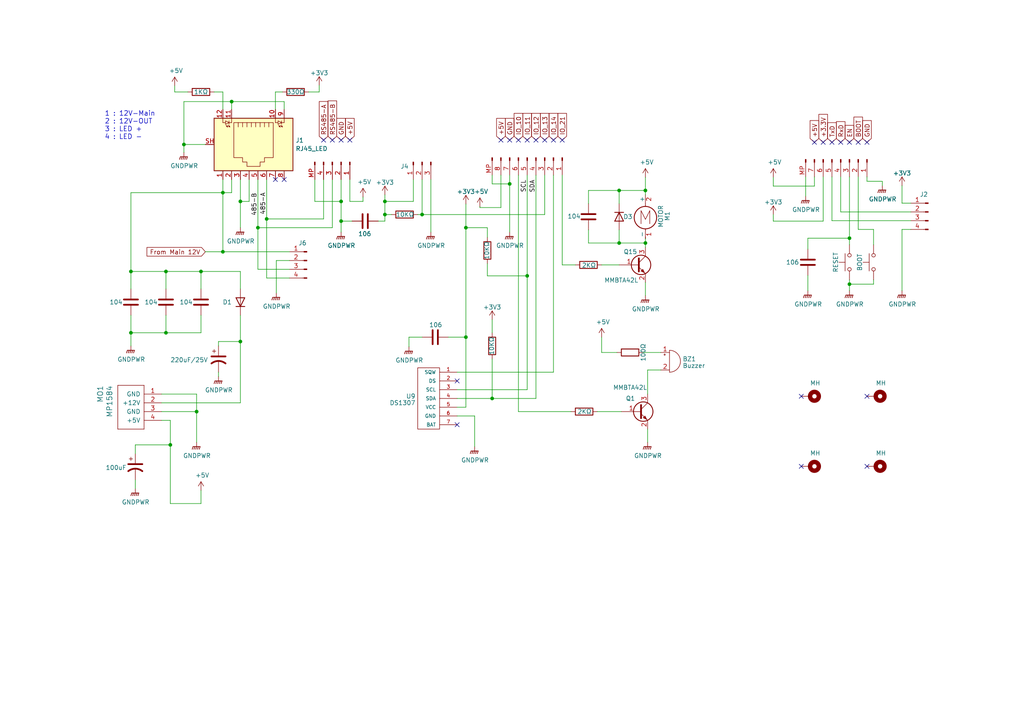
<source format=kicad_sch>
(kicad_sch (version 20231120) (generator "eeschema") (generator_version "8.0")
  (paper "A4")
  (title_block (title "CamTrol V3.6") (date "2021-12-15"))
  (lib_symbols
    (symbol "CamTrol-12Ch-Main-Board-rescue:R-Server_Used-CamTrol-12Ch-Main-Board-rescue-CamTrol-12Ch-Main-Board-rescue-CamTrol-12Ch-Main-Board-rescue-CamTrol-12Ch-Main-Board-rescue" (pin_numbers hide) (pin_names (offset 0))
      (property "Reference" "R" (at 2.032 -3.81 90))
      (property "Value" "R-Server_Used-CamTrol-12Ch-Main-Board-rescue-CamTrol-12Ch-Main-Board-rescue-CamTrol-12Ch-Main-Board-rescue-CamTrol-12Ch-Main-Board-rescue" (at 0 -3.81 90))
      (symbol "R-Server_Used-CamTrol-12Ch-Main-Board-rescue-CamTrol-12Ch-Main-Board-rescue-CamTrol-12Ch-Main-Board-rescue-CamTrol-12Ch-Main-Board-rescue_1_1"
        (pin passive line (at 0 0 270) (length 1.27) (name "~") (number "1"))
        (pin passive line (at 0 -7.62 90) (length 1.27) (name "~") (number "2"))
      )
    )
    (symbol "Conn_01x08_Pin_1" (pin_names (offset 1.016) hide)
      (property "Reference" "J7" (at -1.6693 -1.27 90))
      (symbol "Conn_01x08_Pin_1_1_1"
        (pin passive line (at 5.08 7.62 180) (length 3.81) (name "Pin_1") (number "1"))
        (pin passive line (at 5.08 5.08 180) (length 3.81) (name "Pin_2") (number "2"))
        (pin passive line (at 5.08 2.54 180) (length 3.81) (name "Pin_3") (number "3"))
        (pin passive line (at 5.08 0 180) (length 3.81) (name "Pin_4") (number "4"))
        (pin passive line (at 5.08 -2.54 180) (length 3.81) (name "Pin_5") (number "5"))
        (pin passive line (at 5.08 -5.08 180) (length 3.81) (name "Pin_6") (number "6"))
        (pin passive line (at 5.08 -7.62 180) (length 3.81) (name "Pin_7") (number "7"))
        (pin passive line (at 5.08 -10.16 180) (length 3.81) (name "Pin_8") (number "MP"))
      )
    )
    (symbol "Connector:Conn_01x03_Pin" (pin_names (offset 1.016) hide)
      (property "Reference" "J" (at 0 5.08 0))
      (property "Value" "Conn_01x03_Pin" (at 0 -5.08 0))
      (symbol "Conn_01x03_Pin_1_1"
        (pin passive line (at 5.08 2.54 180) (length 3.81) (name "Pin_1") (number "1"))
        (pin passive line (at 5.08 0 180) (length 3.81) (name "Pin_2") (number "2"))
        (pin passive line (at 5.08 -2.54 180) (length 3.81) (name "Pin_3") (number "3"))
      )
    )
    (symbol "Connector:Conn_01x04_Male" (pin_names (offset 1.016) hide)
      (property "Reference" "J" (at 0 5.08 0))
      (property "Value" "Conn_01x04_Male" (at 0 -7.62 0))
      (symbol "Conn_01x04_Male_1_1"
        (pin passive line (at 5.08 2.54 180) (length 3.81) (name "Pin_1") (number "1"))
        (pin passive line (at 5.08 0 180) (length 3.81) (name "Pin_2") (number "2"))
        (pin passive line (at 5.08 -2.54 180) (length 3.81) (name "Pin_3") (number "3"))
        (pin passive line (at 5.08 -5.08 180) (length 3.81) (name "Pin_4") (number "4"))
      )
    )
    (symbol "Connector:Conn_01x05_Pin" (pin_names (offset 1.016) hide)
      (property "Reference" "J3" (at 3.048 8.382 0))
      (symbol "Conn_01x05_Pin_1_1"
        (pin passive line (at 5.08 5.08 180) (length 3.81) (name "Pin_1") (number "1"))
        (pin passive line (at 5.08 2.54 180) (length 3.81) (name "Pin_2") (number "2"))
        (pin passive line (at 5.08 0 180) (length 3.81) (name "Pin_3") (number "3"))
        (pin passive line (at 5.08 -2.54 180) (length 3.81) (name "Pin_4") (number "4"))
        (pin passive line (at 5.08 -5.08 180) (length 3.81) (name "Pin_5") (number "MP"))
      )
    )
    (symbol "Connector:Conn_01x09_Pin" (pin_names (offset 1.016) hide)
      (symbol "Conn_01x09_Pin_1_1"
        (pin passive line (at 5.08 10.16 180) (length 3.81) (name "Pin_1") (number "1"))
        (pin passive line (at 5.08 7.62 180) (length 3.81) (name "Pin_2") (number "2"))
        (pin passive line (at 5.08 5.08 180) (length 3.81) (name "Pin_3") (number "3"))
        (pin passive line (at 5.08 2.54 180) (length 3.81) (name "Pin_4") (number "4"))
        (pin passive line (at 5.08 0 180) (length 3.81) (name "Pin_5") (number "5"))
        (pin passive line (at 5.08 -2.54 180) (length 3.81) (name "Pin_6") (number "6"))
        (pin passive line (at 5.08 -5.08 180) (length 3.81) (name "Pin_7") (number "7"))
        (pin passive line (at 5.08 -7.62 180) (length 3.81) (name "Pin_8") (number "8"))
        (pin passive line (at 5.08 -10.16 180) (length 3.81) (name "Pin_9") (number "MP"))
      )
    )
    (symbol "Connector:RJ45_LED_Shielded" (pin_names (offset 1.016))
      (property "Reference" "J" (at -5.08 13.97 0))
      (property "Value" "RJ45_LED_Shielded" (at 1.27 13.97 0))
      (symbol "RJ45_LED_Shielded_1_1"
        (pin passive line (at 10.16 -7.62 180) (length 2.54) (name "~") (number "1"))
        (pin passive line (at -10.16 7.62 0) (length 2.54) (name "~") (number "10"))
        (pin passive line (at -10.16 -5.08 0) (length 2.54) (name "~") (number "11"))
        (pin passive line (at -10.16 -7.62 0) (length 2.54) (name "~") (number "12"))
        (pin passive line (at 10.16 -5.08 180) (length 2.54) (name "~") (number "2"))
        (pin passive line (at 10.16 -2.54 180) (length 2.54) (name "~") (number "3"))
        (pin passive line (at 10.16 0 180) (length 2.54) (name "~") (number "4"))
        (pin passive line (at 10.16 2.54 180) (length 2.54) (name "~") (number "5"))
        (pin passive line (at 10.16 5.08 180) (length 2.54) (name "~") (number "6"))
        (pin passive line (at 10.16 7.62 180) (length 2.54) (name "~") (number "7"))
        (pin passive line (at 10.16 10.16 180) (length 2.54) (name "~") (number "8"))
        (pin passive line (at -10.16 10.16 0) (length 2.54) (name "~") (number "9"))
        (pin passive line (at 0 -12.7 90) (length 2.54) (name "~") (number "SH"))
      )
    )
    (symbol "Device:Buzzer" (pin_names (offset 0.0254) hide)
      (property "Reference" "BZ" (at 3.81 1.27 0))
      (property "Value" "Buzzer" (at 3.81 -1.27 0))
      (symbol "Buzzer_1_1"
        (pin passive line (at -2.54 2.54 0) (length 2.54) (name "-") (number "1"))
        (pin passive line (at -2.54 -2.54 0) (length 2.54) (name "+") (number "2"))
      )
    )
    (symbol "Device:CP1" (pin_numbers hide) (pin_names (offset 0.254) hide)
      (property "Reference" "C" (at 0.635 2.54 0))
      (property "Value" "Device_CP1" (at 0.635 -2.54 0))
      (symbol "CP1_1_1"
        (pin passive line (at 0 3.81 270) (length 2.794) (name "~") (number "1"))
        (pin passive line (at 0 -3.81 90) (length 3.302) (name "~") (number "2"))
      )
    )
    (symbol "Mechanical:MountingHole_Pad" (pin_numbers hide) (pin_names (offset 1.016) hide)
      (property "Reference" "H" (at 0 6.35 0))
      (property "Value" "MountingHole_Pad" (at 0 4.445 0))
      (symbol "MountingHole_Pad_1_1"
        (pin input line (at 0 -2.54 90) (length 2.54) (name "1") (number "1"))
      )
    )
    (symbol "Motor:Motor_DC" (pin_names (offset 0))
      (property "Reference" "M1" (at 6.985 -2.54 90))
      (property "Value" "MOTOR" (at 5.08 -4.445 90))
      (symbol "Motor_DC_1_1"
        (pin passive line (at 0 -7.62 90) (length 2.54) (name "-") (number "1"))
        (pin passive line (at 0 5.08 270) (length 2.54) (name "+") (number "2"))
      )
    )
    (symbol "Server_Used:2SC1815_SMD" (pin_names (offset 0) hide)
      (property "Reference" "Q" (at 6.35 1.905 0))
      (property "Value" "Server_Used_2SC1815_SMD" (at 6.35 0 0))
      (symbol "2SC1815_SMD_1_1"
        (pin input line (at -5.08 0 0) (length 5.715) (name "B") (number "1"))
        (pin passive line (at 2.54 -5.08 90) (length 2.54) (name "E") (number "2"))
        (pin passive line (at 2.54 5.08 270) (length 2.54) (name "C") (number "3"))
      )
    )
    (symbol "Server_Used:C" (pin_numbers hide) (pin_names (offset 0.254))
      (property "Reference" "C" (at 1.27 2.54 0))
      (property "Value" "Server_Used_C" (at 1.27 -2.54 0))
      (symbol "C_1_1"
        (pin passive line (at 0 3.81 270) (length 2.794) (name "~") (number "1"))
        (pin passive line (at 0 -3.81 90) (length 2.794) (name "~") (number "2"))
      )
    )
    (symbol "Server_Used:DS1307" (pin_names (offset 1.016))
      (property "Reference" "U" (at -6.3754 1.9304 0))
      (property "Value" "DS1307" (at -6.3754 -19.0754 0))
      (symbol "DS1307_0_0"
        (pin bidirectional line (at 5.08 0 180) (length 5.08) (name "SQW") (number "1"))
        (pin bidirectional line (at 5.08 -2.54 180) (length 5.08) (name "DS") (number "2"))
        (pin bidirectional line (at 5.08 -5.08 180) (length 5.08) (name "SCL") (number "3"))
        (pin bidirectional line (at 5.08 -7.62 180) (length 5.08) (name "SDA") (number "4"))
        (pin power_in line (at 5.08 -10.16 180) (length 5.08) (name "VCC") (number "5"))
        (pin power_in line (at 5.08 -12.7 180) (length 5.08) (name "GND") (number "6"))
        (pin power_in line (at 5.08 -15.24 180) (length 5.08) (name "BAT") (number "7"))
      )
    )
    (symbol "Server_Used:MP1584" (pin_names (offset 1.016))
      (property "Reference" "MO" (at 7.62 6.35 0))
      (property "Value" "Server_Used_MP1584" (at 10.16 3.81 0))
      (symbol "MP1584_1_1"
        (pin input line (at 7.62 -10.16 90) (length 5.08) (name "GND") (number "1"))
        (pin input line (at 10.16 -10.16 90) (length 5.08) (name "+12V") (number "2"))
        (pin input line (at 12.7 -10.16 90) (length 5.08) (name "GND") (number "3"))
        (pin input line (at 15.24 -10.16 90) (length 5.08) (name "+5V") (number "4"))
      )
    )
    (symbol "Simulation_SPICE:DIODE" (pin_numbers hide) (pin_names (offset 1.016) hide)
      (property "Reference" "D" (at 0 2.54 0))
      (property "Value" "DIODE" (at 0 -2.54 0))
      (symbol "DIODE_1_1"
        (pin passive line (at -3.81 0 0) (length 2.54) (name "A") (number "1"))
        (pin passive line (at 3.81 0 180) (length 2.54) (name "K") (number "2"))
      )
    )
    (symbol "Switch:SW_Push" (pin_numbers hide) (pin_names (offset 1.016) hide)
      (property "Reference" "SW" (at 1.27 2.54 0))
      (property "Value" "SW_Push" (at 0 -1.524 0))
      (symbol "SW_Push_0_1"
        (pin passive line (at -5.08 0 0) (length 2.54) (name "1") (number "1"))
        (pin passive line (at 5.08 0 180) (length 2.54) (name "2") (number "2"))
      )
    )
    (symbol "power:+3.3V" (power) (pin_names (offset 0))
      (property "Value" "+3.3V" (at 0 3.556 0))
      (symbol "+3.3V_1_1"
        (pin power_in line (at 0 0 90) (length 0) hide (name "+3V3") (number "1"))
      )
    )
    (symbol "power:+5V" (power) (pin_names (offset 0))
      (property "Value" "+5V" (at 0 3.556 0))
      (symbol "+5V_1_1"
        (pin power_in line (at 0 0 90) (length 0) hide (name "+5V") (number "1"))
      )
    )
    (symbol "power:GNDPWR" (power) (pin_names (offset 0))
      (property "Value" "GNDPWR" (at 0 -3.302 0))
      (symbol "GNDPWR_1_1"
        (pin power_in line (at 0 0 270) (length 0) hide (name "GNDPWR") (number "1"))
      )
    )
  )
  (junction (at 246.38 82.423))
  (junction (at 64.643 55.88))
  (junction (at 187.198 55.245))
  (junction (at 98.933 58.42))
  (junction (at 37.973 96.52))
  (junction (at 135.128 66.04))
  (junction (at 37.973 78.74))
  (junction (at 64.643 73.025))
  (junction (at 142.748 115.57))
  (junction (at 98.933 64.135))
  (junction (at 246.38 69.088))
  (junction (at 49.403 129.032))
  (junction (at 69.723 58.42))
  (junction (at 57.023 119.38))
  (junction (at 179.578 55.245))
  (junction (at 69.723 99.06))
  (junction (at 58.293 78.74))
  (junction (at 74.803 66.04))
  (junction (at 111.633 62.23))
  (junction (at 111.633 58.42))
  (junction (at 77.343 63.5))
  (junction (at 48.133 96.52))
  (junction (at 48.133 78.74))
  (junction (at 152.908 80.01))
  (junction (at 179.578 70.485))
  (junction (at 135.128 97.79))
  (junction (at 67.183 29.464))
  (junction (at 122.428 62.23))
  (junction (at 53.34 41.91))
  (junction (at 187.198 70.485))
  (junction (at 147.828 53.34))
  (no_connect (at 243.84 41.275))
  (no_connect (at 232.41 135.255))
  (no_connect (at 82.423 52.07))
  (no_connect (at 145.288 40.64))
  (no_connect (at 152.908 40.64))
  (no_connect (at 241.3 41.275))
  (no_connect (at 79.883 52.07))
  (no_connect (at 251.46 114.935))
  (no_connect (at 98.933 40.64))
  (no_connect (at 238.76 41.275))
  (no_connect (at 150.368 40.64))
  (no_connect (at 132.588 110.49))
  (no_connect (at 157.988 40.64))
  (no_connect (at 93.853 40.64))
  (no_connect (at 96.393 40.64))
  (no_connect (at 248.92 41.275))
  (no_connect (at 251.46 41.275))
  (no_connect (at 246.38 41.275))
  (no_connect (at 232.41 114.935))
  (no_connect (at 155.448 40.64))
  (no_connect (at 251.46 135.255))
  (no_connect (at 101.473 40.64))
  (no_connect (at 132.588 123.19))
  (no_connect (at 236.22 41.275))
  (no_connect (at 163.068 40.64))
  (no_connect (at 160.528 40.64))
  (no_connect (at 147.828 40.64))
  (wire (pts (xy 246.38 82.423) (xy 246.38 84.328)))
  (wire (pts (xy 261.62 58.928) (xy 261.62 53.848)))
  (wire (pts (xy 72.263 58.42) (xy 69.723 58.42)))
  (wire (pts (xy 139.192 59.944) (xy 139.192 60.198)))
  (wire (pts (xy 141.351 80.01) (xy 152.908 80.01)))
  (wire (pts (xy 83.947 78.105) (xy 74.803 78.105)))
  (wire (pts (xy 246.38 69.088) (xy 246.38 70.993)))
  (wire (pts (xy 261.62 84.328) (xy 261.62 66.548)))
  (wire (pts (xy 98.933 64.135) (xy 102.108 64.135)))
  (wire (pts (xy 170.688 59.055) (xy 170.688 55.245)))
  (wire (pts (xy 132.588 113.03) (xy 152.908 113.03)))
  (wire (pts (xy 49.403 129.032) (xy 39.243 129.032)))
  (wire (pts (xy 238.76 64.135) (xy 238.76 51.308)))
  (wire (pts (xy 135.128 66.04) (xy 135.128 97.79)))
  (wire (pts (xy 233.68 51.308) (xy 233.68 56.896)))
  (wire (pts (xy 170.688 55.245) (xy 179.578 55.245)))
  (wire (pts (xy 224.282 62.23) (xy 224.282 64.135)))
  (wire (pts (xy 187.198 51.435) (xy 187.198 55.245)))
  (wire (pts (xy 157.988 62.23) (xy 157.988 50.8)))
  (wire (pts (xy 82.423 31.75) (xy 82.423 29.464)))
  (wire (pts (xy 111.633 62.23) (xy 113.538 62.23)))
  (wire (pts (xy 58.293 96.52) (xy 48.133 96.52)))
  (wire (pts (xy 46.863 119.38) (xy 57.023 119.38)))
  (wire (pts (xy 79.883 31.75) (xy 79.883 26.67)))
  (wire (pts (xy 69.723 83.82) (xy 69.723 78.74)))
  (wire (pts (xy 39.243 129.032) (xy 39.243 131.572)))
  (wire (pts (xy 37.973 96.52) (xy 37.973 91.44)))
  (wire (pts (xy 82.423 29.464) (xy 67.183 29.464)))
  (wire (pts (xy 53.34 29.464) (xy 53.34 41.91)))
  (wire (pts (xy 224.282 53.975) (xy 236.22 53.975)))
  (wire (pts (xy 98.933 64.135) (xy 98.933 58.42)))
  (wire (pts (xy 186.563 102.235) (xy 191.643 102.235)))
  (wire (pts (xy 251.46 51.308) (xy 251.46 52.578)))
  (wire (pts (xy 187.833 124.46) (xy 187.833 128.27)))
  (wire (pts (xy 67.183 55.88) (xy 64.643 55.88)))
  (wire (pts (xy 105.283 57.15) (xy 105.283 58.42)))
  (wire (pts (xy 48.133 96.52) (xy 37.973 96.52)))
  (wire (pts (xy 46.863 116.84) (xy 69.723 116.84)))
  (wire (pts (xy 142.748 104.14) (xy 142.748 115.57)))
  (wire (pts (xy 105.283 58.42) (xy 101.473 58.42)))
  (wire (pts (xy 67.183 52.07) (xy 67.183 55.88)))
  (wire (pts (xy 39.243 141.732) (xy 39.243 139.192)))
  (wire (pts (xy 48.133 78.74) (xy 58.293 78.74)))
  (wire (pts (xy 37.973 100.33) (xy 37.973 96.52)))
  (wire (pts (xy 83.947 80.645) (xy 77.343 80.645)))
  (wire (pts (xy 92.583 26.67) (xy 92.583 24.765)))
  (wire (pts (xy 77.343 80.645) (xy 77.343 63.5)))
  (wire (pts (xy 150.368 119.38) (xy 165.608 119.38)))
  (wire (pts (xy 132.588 107.95) (xy 160.528 107.95)))
  (wire (pts (xy 109.728 64.135) (xy 111.633 64.135)))
  (wire (pts (xy 253.365 82.423) (xy 246.38 82.423)))
  (wire (pts (xy 111.633 58.42) (xy 119.888 58.42)))
  (wire (pts (xy 69.723 116.84) (xy 69.723 99.06)))
  (wire (pts (xy 179.578 70.485) (xy 187.198 70.485)))
  (wire (pts (xy 72.263 52.07) (xy 72.263 58.42)))
  (wire (pts (xy 132.588 120.65) (xy 137.668 120.65)))
  (wire (pts (xy 58.293 142.24) (xy 58.293 146.05)))
  (wire (pts (xy 141.351 66.04) (xy 135.128 66.04)))
  (wire (pts (xy 255.905 52.578) (xy 255.905 53.848)))
  (wire (pts (xy 253.365 81.153) (xy 253.365 82.423)))
  (wire (pts (xy 96.393 52.07) (xy 96.393 66.04)))
  (wire (pts (xy 54.483 26.67) (xy 50.673 26.67)))
  (wire (pts (xy 53.34 41.91) (xy 53.34 44.196)))
  (wire (pts (xy 77.343 52.07) (xy 77.343 63.5)))
  (wire (pts (xy 46.863 121.92) (xy 49.403 121.92)))
  (wire (pts (xy 142.748 53.34) (xy 147.828 53.34)))
  (wire (pts (xy 63.373 109.22) (xy 63.373 107.95)))
  (wire (pts (xy 187.198 70.485) (xy 187.198 71.755)))
  (wire (pts (xy 264.16 64.008) (xy 241.3 64.008)))
  (wire (pts (xy 37.973 55.88) (xy 64.643 55.88)))
  (wire (pts (xy 48.133 91.44) (xy 48.133 96.52)))
  (wire (pts (xy 124.968 52.07) (xy 124.968 67.31)))
  (wire (pts (xy 63.373 99.06) (xy 69.723 99.06)))
  (wire (pts (xy 83.947 73.025) (xy 64.643 73.025)))
  (wire (pts (xy 135.128 59.182) (xy 135.128 66.04)))
  (wire (pts (xy 111.633 64.135) (xy 111.633 62.23)))
  (wire (pts (xy 170.688 70.485) (xy 179.578 70.485)))
  (wire (pts (xy 187.198 55.245) (xy 187.198 56.515)))
  (wire (pts (xy 241.3 64.008) (xy 241.3 51.308)))
  (wire (pts (xy 130.048 97.79) (xy 135.128 97.79)))
  (wire (pts (xy 173.228 119.38) (xy 180.213 119.38)))
  (wire (pts (xy 251.46 52.578) (xy 255.905 52.578)))
  (wire (pts (xy 91.313 52.07) (xy 91.313 58.42)))
  (wire (pts (xy 74.803 66.04) (xy 74.803 52.07)))
  (wire (pts (xy 111.633 58.42) (xy 111.633 62.23)))
  (wire (pts (xy 187.833 107.315) (xy 191.643 107.315)))
  (wire (pts (xy 248.92 66.548) (xy 253.365 66.548)))
  (wire (pts (xy 139.192 60.198) (xy 145.288 60.198)))
  (wire (pts (xy 59.563 73.025) (xy 64.643 73.025)))
  (wire (pts (xy 163.068 50.8) (xy 163.068 76.835)))
  (wire (pts (xy 122.428 62.23) (xy 157.988 62.23)))
  (wire (pts (xy 74.803 78.105) (xy 74.803 66.04)))
  (wire (pts (xy 246.38 51.308) (xy 246.38 69.088)))
  (wire (pts (xy 243.84 61.468) (xy 243.84 51.308)))
  (wire (pts (xy 48.133 78.74) (xy 48.133 83.82)))
  (wire (pts (xy 142.748 115.57) (xy 155.448 115.57)))
  (wire (pts (xy 37.973 55.88) (xy 37.973 78.74)))
  (wire (pts (xy 187.198 85.725) (xy 187.198 81.915)))
  (wire (pts (xy 160.528 107.95) (xy 160.528 50.8)))
  (wire (pts (xy 80.137 75.565) (xy 80.137 84.963)))
  (wire (pts (xy 64.643 26.67) (xy 62.103 26.67)))
  (wire (pts (xy 179.578 66.675) (xy 179.578 70.485)))
  (wire (pts (xy 137.668 129.54) (xy 137.668 120.65)))
  (wire (pts (xy 98.933 67.31) (xy 98.933 64.135)))
  (wire (pts (xy 264.16 61.468) (xy 243.84 61.468)))
  (wire (pts (xy 234.315 69.088) (xy 246.38 69.088)))
  (wire (pts (xy 77.343 63.5) (xy 93.853 63.5)))
  (wire (pts (xy 63.373 100.33) (xy 63.373 99.06)))
  (wire (pts (xy 64.643 52.07) (xy 64.643 55.88)))
  (wire (pts (xy 83.947 75.565) (xy 80.137 75.565)))
  (wire (pts (xy 141.351 76.454) (xy 141.351 80.01)))
  (wire (pts (xy 234.315 72.263) (xy 234.315 69.088)))
  (wire (pts (xy 174.498 102.235) (xy 178.943 102.235)))
  (wire (pts (xy 37.973 78.74) (xy 37.973 83.82)))
  (wire (pts (xy 174.498 97.79) (xy 174.498 102.235)))
  (wire (pts (xy 142.748 50.8) (xy 142.748 53.34)))
  (wire (pts (xy 53.34 41.91) (xy 59.563 41.91)))
  (wire (pts (xy 132.588 115.57) (xy 142.748 115.57)))
  (wire (pts (xy 101.473 58.42) (xy 101.473 52.07)))
  (wire (pts (xy 58.293 78.74) (xy 69.723 78.74)))
  (wire (pts (xy 91.313 58.42) (xy 98.933 58.42)))
  (wire (pts (xy 49.403 129.032) (xy 49.403 146.05)))
  (wire (pts (xy 155.448 50.8) (xy 155.448 115.57)))
  (wire (pts (xy 234.315 84.328) (xy 234.315 79.883)))
  (wire (pts (xy 37.973 78.74) (xy 48.133 78.74)))
  (wire (pts (xy 145.288 60.198) (xy 145.288 50.8)))
  (wire (pts (xy 57.023 114.3) (xy 46.863 114.3)))
  (wire (pts (xy 98.933 58.42) (xy 98.933 52.07)))
  (wire (pts (xy 147.828 50.8) (xy 147.828 53.34)))
  (wire (pts (xy 147.828 53.34) (xy 147.828 67.31)))
  (wire (pts (xy 163.068 76.835) (xy 166.878 76.835)))
  (wire (pts (xy 69.723 99.06) (xy 69.723 91.44)))
  (wire (pts (xy 79.883 26.67) (xy 81.915 26.67)))
  (wire (pts (xy 49.403 121.92) (xy 49.403 129.032)))
  (wire (pts (xy 141.351 66.04) (xy 141.351 68.834)))
  (wire (pts (xy 187.833 114.3) (xy 187.833 107.315)))
  (wire (pts (xy 57.023 119.38) (xy 57.023 114.3)))
  (wire (pts (xy 253.365 66.548) (xy 253.365 70.993)))
  (wire (pts (xy 58.293 146.05) (xy 49.403 146.05)))
  (wire (pts (xy 246.38 81.153) (xy 246.38 82.423)))
  (wire (pts (xy 50.673 26.67) (xy 50.673 24.892)))
  (wire (pts (xy 150.368 119.38) (xy 150.368 50.8)))
  (wire (pts (xy 132.588 118.11) (xy 135.128 118.11)))
  (wire (pts (xy 264.16 58.928) (xy 261.62 58.928)))
  (wire (pts (xy 152.908 113.03) (xy 152.908 80.01)))
  (wire (pts (xy 67.183 29.464) (xy 53.34 29.464)))
  (wire (pts (xy 57.023 128.27) (xy 57.023 119.38)))
  (wire (pts (xy 74.803 66.04) (xy 96.393 66.04)))
  (wire (pts (xy 187.198 69.215) (xy 187.198 70.485)))
  (wire (pts (xy 152.908 80.01) (xy 152.908 50.8)))
  (wire (pts (xy 135.128 118.11) (xy 135.128 97.79)))
  (wire (pts (xy 67.183 29.464) (xy 67.183 31.75)))
  (wire (pts (xy 174.498 76.835) (xy 179.578 76.835)))
  (wire (pts (xy 121.158 62.23) (xy 122.428 62.23)))
  (wire (pts (xy 119.888 52.07) (xy 119.888 58.42)))
  (wire (pts (xy 69.723 52.07) (xy 69.723 58.42)))
  (wire (pts (xy 64.643 55.88) (xy 64.643 73.025)))
  (wire (pts (xy 236.22 53.975) (xy 236.22 51.308)))
  (wire (pts (xy 93.853 52.07) (xy 93.853 63.5)))
  (wire (pts (xy 64.643 31.75) (xy 64.643 26.67)))
  (wire (pts (xy 89.535 26.67) (xy 92.583 26.67)))
  (wire (pts (xy 118.618 97.79) (xy 122.428 97.79)))
  (wire (pts (xy 179.578 55.245) (xy 187.198 55.245)))
  (wire (pts (xy 58.293 91.44) (xy 58.293 96.52)))
  (wire (pts (xy 111.633 56.515) (xy 111.633 58.42)))
  (wire (pts (xy 261.62 66.548) (xy 264.16 66.548)))
  (wire (pts (xy 248.92 51.308) (xy 248.92 66.548)))
  (wire (pts (xy 179.578 59.055) (xy 179.578 55.245)))
  (wire (pts (xy 224.282 64.135) (xy 238.76 64.135)))
  (wire (pts (xy 122.428 52.07) (xy 122.428 62.23)))
  (wire (pts (xy 118.618 100.584) (xy 118.618 97.79)))
  (wire (pts (xy 58.293 78.74) (xy 58.293 83.82)))
  (wire (pts (xy 170.688 66.675) (xy 170.688 70.485)))
  (wire (pts (xy 142.748 92.71) (xy 142.748 96.52)))
  (wire (pts (xy 69.723 58.42) (xy 69.723 66.04)))
  (wire (pts (xy 224.282 51.435) (xy 224.282 53.975)))
  (text "1 : 12V-Main\n2 : 12V-OUT\n3 : LED +\n4 : LED -\n" (at 30.353 40.64 0) (effects (font (size 1.397 1.397)) (justify left bottom)))
  (label "SCL" (at 152.908 52.07 270))
  (label "485-B" (at 74.803 55.88 270))
  (label "SDA" (at 155.448 52.07 270))
  (label "485-A" (at 77.343 62.23 90))
  (global_label "+5V" (shape input) (at 101.473 40.64 90) (property "Intersheetrefs" "${INTERSHEET_REFS}" (effects (hide yes))))
  (global_label "From Main 12V" (shape input) (at 59.563 73.025 180) (property "Intersheetrefs" "${INTERSHEET_REFS}" (effects (hide yes))))
  (global_label "IO_11" (shape input) (at 152.908 40.64 90) (property "Intersheetrefs" "${INTERSHEET_REFS}" (effects (hide yes))))
  (global_label "IO_21" (shape input) (at 163.068 40.64 90) (property "Intersheetrefs" "${INTERSHEET_REFS}" (effects (hide yes))))
  (global_label "TxD" (shape input) (at 241.3 41.275 90) (property "Intersheetrefs" "${INTERSHEET_REFS}" (effects (hide yes))))
  (global_label "IO_13" (shape input) (at 157.988 40.64 90) (property "Intersheetrefs" "${INTERSHEET_REFS}" (effects (hide yes))))
  (global_label "IO_14" (shape input) (at 160.528 40.64 90) (property "Intersheetrefs" "${INTERSHEET_REFS}" (effects (hide yes))))
  (global_label "RxD" (shape input) (at 243.84 41.275 90) (property "Intersheetrefs" "${INTERSHEET_REFS}" (effects (hide yes))))
  (global_label "GND" (shape input) (at 147.828 40.64 90) (property "Intersheetrefs" "${INTERSHEET_REFS}" (effects (hide yes))))
  (global_label "IO_12" (shape input) (at 155.448 40.64 90) (property "Intersheetrefs" "${INTERSHEET_REFS}" (effects (hide yes))))
  (global_label "IO_10" (shape input) (at 150.368 40.64 90) (property "Intersheetrefs" "${INTERSHEET_REFS}" (effects (hide yes))))
  (global_label "EN" (shape input) (at 246.38 41.275 90) (property "Intersheetrefs" "${INTERSHEET_REFS}" (effects (hide yes))))
  (global_label "+5V" (shape input) (at 236.22 41.275 90) (property "Intersheetrefs" "${INTERSHEET_REFS}" (effects (hide yes))))
  (global_label "GND" (shape input) (at 98.933 40.64 90) (property "Intersheetrefs" "${INTERSHEET_REFS}" (effects (hide yes))))
  (global_label "GND" (shape input) (at 251.46 41.275 90) (property "Intersheetrefs" "${INTERSHEET_REFS}" (effects (hide yes))))
  (global_label "RS485-B" (shape input) (at 96.393 40.64 90) (property "Intersheetrefs" "${INTERSHEET_REFS}" (effects (hide yes))))
  (global_label "BOOT" (shape input) (at 248.92 41.275 90) (property "Intersheetrefs" "${INTERSHEET_REFS}" (effects (hide yes))))
  (global_label "+3.3V" (shape input) (at 238.76 41.275 90) (property "Intersheetrefs" "${INTERSHEET_REFS}" (effects (hide yes))))
  (global_label "RS485-A" (shape input) (at 93.853 40.64 90) (property "Intersheetrefs" "${INTERSHEET_REFS}" (effects (hide yes))))
  (global_label "+5V" (shape input) (at 145.288 40.64 90) (property "Intersheetrefs" "${INTERSHEET_REFS}" (effects (hide yes))))
  (symbol (lib_id "Connector:RJ45_LED_Shielded") (at 72.263 41.91 270) (unit 1)
    (property "Reference" "J1" (at 85.725 40.6978 90) (effects (justify left)))
    (property "Value" "RJ45_LED" (at 85.725 43.1221 90) (effects (justify left)))
    (property "Footprint" "Server:RJ45_LED_SMD" (effects (hide yes)))
    (property "Description" "RJ connector, 8P8C (8 positions 8 connected), two LEDs, Shielded" (effects (hide yes)))
  )
  (symbol (lib_id "power:GNDPWR") (at 118.618 100.584 0) (unit 1)
    (property "Reference" "#PWR070" (effects (hide yes)))
    (property "Value" "GNDPWR" (at 118.7196 104.4956 0))
  )
  (symbol (lib_id "Server_Used:MP1584") (at 36.703 106.68 90) (mirror x) (unit 1)
    (property "Reference" "MO1" (at 29.083 111.76 0) (effects (font (size 1.524 1.524)) (justify left)))
    (property "Value" "MP1584" (at 31.7754 111.76 0) (effects (font (size 1.524 1.524)) (justify left)))
    (property "Footprint" "Server:TZT-SMD" (effects (hide yes)))
    (property "Datasheet" "https://smartstore.naver.com/misoparts/products/5356716694" (effects (hide yes)))
    (property "Price" "880" (effects (hide yes)))
  )
  (symbol (lib_id "Server_Used:C") (at 58.293 87.63 180) (unit 1)
    (property "Reference" "C16" (effects (hide yes)))
    (property "Value" "104" (at 53.975 87.63 0))
    (property "Footprint" "Server.pretty:C_0805_HandSoldering" (effects (hide yes)))
    (property "Datasheet" "http://www.partsworld.co.kr/goods/goods_view.php?goodsNo=1000013173" (effects (hide yes)))
    (property "Price" "66" (effects (hide yes)))
    (property "Manufacture" "부품세상" (effects (hide yes)))
    (property "Package" "2012(0805)" (effects (hide yes)))
  )
  (symbol (lib_id "Server_Used:DS1307") (at 127.508 107.95 0) (unit 1)
    (property "Reference" "U9" (at 120.523 114.9263 0) (effects (justify right)))
    (property "Value" "DS1307" (at 120.523 116.8473 0) (effects (justify right)))
    (property "Footprint" "DS1307" (effects (hide yes)))
    (property "Datasheet" "4" (effects (hide yes)))
  )
  (symbol (lib_id "power:+3.3V") (at 261.62 53.848 0) (unit 1)
    (property "Reference" "#PWR013" (effects (hide yes)))
    (property "Value" "+3V3" (at 261.62 50.2435 0))
  )
  (symbol (lib_id "power:+5V") (at 105.283 57.15 0) (unit 1)
    (property "Reference" "#PWR060" (effects (hide yes)))
    (property "Value" "+5V" (at 105.664 52.7558 0))
  )
  (symbol (lib_id "Connector:Conn_01x03_Pin") (at 122.428 46.99 90) (mirror x) (unit 1)
    (property "Reference" "J4" (at 117.348 48.26 90))
    (property "Value" "Conn_01x03_Pin" (effects (hide yes)))
    (property "Footprint" "Server.pretty:PhoenixContact_MCV_1,5_3-G-3.81_1x03_P3.81mm_Vertical" (effects (hide yes)))
    (property "Manufacture" "DEVICEMART" (effects (hide yes)))
    (property "Price" "30" (effects (hide yes)))
  )
  (symbol (lib_id "power:GNDPWR") (at 261.62 84.328 0) (unit 1)
    (property "Reference" "#PWR07" (effects (hide yes)))
    (property "Value" "GNDPWR" (at 261.7216 88.2396 0))
  )
  (symbol (lib_id "power:GNDPWR") (at 246.38 84.328 0) (unit 1)
    (property "Reference" "#PWR09" (effects (hide yes)))
    (property "Value" "GNDPWR" (at 246.4816 88.2396 0))
  )
  (symbol (lib_id "Mechanical:MountingHole_Pad") (at 254 135.255 270) (unit 1)
    (property "Reference" "H6" (effects (hide yes)))
    (property "Value" "MH" (at 254 131.445 90) (effects (justify left)))
    (property "Footprint" "Server.pretty:MountingHole_SC01" (effects (hide yes)))
  )
  (symbol (lib_id "Server_Used:2SC1815_SMD") (at 185.293 119.38 0) (unit 1)
    (property "Reference" "Q1" (at 181.483 115.57 0) (effects (justify left)))
    (property "Value" "MMBTA42L" (at 182.753 112.395 0))
    (property "Footprint" "Server.pretty:SOT-23" (effects (hide yes)))
  )
  (symbol (lib_id "power:GNDPWR") (at 255.905 53.848 0) (unit 1)
    (property "Reference" "#PWR06" (effects (hide yes)))
    (property "Value" "GNDPWR" (at 256.0066 57.7596 0))
  )
  (symbol (lib_id "power:GNDPWR") (at 137.668 129.54 0) (unit 1)
    (property "Reference" "#PWR072" (effects (hide yes)))
    (property "Value" "GNDPWR" (at 137.7696 133.4516 0))
  )
  (symbol (lib_id "Server_Used:2SC1815_SMD") (at 184.658 76.835 0) (unit 1)
    (property "Reference" "Q15" (at 180.848 73.025 0) (effects (justify left)))
    (property "Value" "MMBTA42L" (at 180.213 81.28 0))
    (property "Footprint" "Server.pretty:SOT-23" (effects (hide yes)))
  )
  (symbol (lib_id "power:+3.3V") (at 135.128 59.182 0) (unit 1)
    (property "Reference" "#PWR071" (effects (hide yes)))
    (property "Value" "+3V3" (at 135.128 55.5775 0))
  )
  (symbol (lib_id "power:GNDPWR") (at 80.137 84.963 0) (unit 1)
    (property "Reference" "#PWR023" (effects (hide yes)))
    (property "Value" "GNDPWR" (at 80.2386 88.8746 0))
  )
  (symbol (lib_id "Server_Used:C") (at 126.238 97.79 270) (mirror x) (unit 1)
    (property "Reference" "C1" (effects (hide yes)))
    (property "Value" "106" (at 126.365 94.234 90))
    (property "Footprint" "Server.pretty:C_0805_HandSoldering" (effects (hide yes)))
    (property "Datasheet" "http://www.partsworld.co.kr/goods/goods_view.php?goodsNo=1000013173" (effects (hide yes)))
    (property "Price" "66" (effects (hide yes)))
    (property "Manufacture" "부품세상" (effects (hide yes)))
    (property "Package" "2012(0805)" (effects (hide yes)))
  )
  (symbol (lib_id "power:+3.3V") (at 111.633 56.515 0) (unit 1)
    (property "Reference" "#PWR019" (effects (hide yes)))
    (property "Value" "+3V3" (at 111.633 52.9105 0))
  )
  (symbol (lib_id "CamTrol-12Ch-Main-Board-rescue:R-Server_Used-CamTrol-12Ch-Main-Board-rescue-CamTrol-12Ch-Main-Board-rescue-CamTrol-12Ch-Main-Board-rescue-CamTrol-12Ch-Main-Board-rescue") (at 186.563 102.235 270) (mirror x) (unit 1)
    (property "Reference" "R3" (effects (hide yes)))
    (property "Value" "100Ω" (at 186.563 102.235 0))
    (property "Footprint" "Server.pretty:R_0805_HandSoldering" (effects (hide yes)))
    (property "Datasheet" "https://www.partsworld.co.kr/goods/goods_view.php?goodsNo=1000000614" (effects (hide yes)))
    (property "Price" "20" (effects (hide yes)))
    (property "Manufacture" "부품세상" (effects (hide yes)))
    (property "Package" "2012(0805)" (effects (hide yes)))
  )
  (symbol (lib_id "power:+5V") (at 139.192 59.944 0) (unit 1)
    (property "Reference" "#PWR02" (effects (hide yes)))
    (property "Value" "+5V" (at 139.573 55.5498 0))
  )
  (symbol (lib_id "power:GNDPWR") (at 39.243 141.732 0) (unit 1)
    (property "Reference" "#PWR012" (effects (hide yes)))
    (property "Value" "GNDPWR" (at 39.3446 145.6436 0))
  )
  (symbol (lib_id "power:GNDPWR") (at 187.833 128.27 0) (unit 1)
    (property "Reference" "#PWR016" (effects (hide yes)))
    (property "Value" "GNDPWR" (at 187.9346 132.1816 0))
  )
  (symbol (lib_id "power:+5V") (at 187.198 51.435 0) (unit 1)
    (property "Reference" "#PWR01" (effects (hide yes)))
    (property "Value" "+5V" (at 187.579 47.0408 0))
  )
  (symbol (lib_id "Switch:SW_Push") (at 253.365 76.073 90) (unit 1)
    (property "Reference" "SW1" (effects (hide yes)))
    (property "Value" "BOOT" (at 249.3551 76.073 0))
    (property "Footprint" "Server.pretty:TS-3404" (effects (hide yes)))
    (property "Datasheet" "https://ko.aliexpress.com/item/1005001629175919.html?spm=a2g0o.productlist.main.11.5e724c28lXbOYL&algo_pvid=f0595e6e-2810-4e0b-8806-369804a5228c&algo_exp_id=f0595e6e-2810-4e0b-8806-369804a5228c-5&pdp_npi=4%40dis%21KRW%212761%211374.0%21%21%212.05%21%21%402101c59517020762702623391e2bb4%2112000026886281234%21sea%21KR%212278664531%21AB&curPageLogUid=r6hnWocM2BSy" (effects (hide yes)))
  )
  (symbol (lib_id "power:GNDPWR") (at 63.373 109.22 0) (unit 1)
    (property "Reference" "#PWR011" (effects (hide yes)))
    (property "Value" "GNDPWR" (at 63.4746 113.1316 0))
  )
  (symbol (lib_id "Server_Used:C") (at 105.918 64.135 90) (mirror x) (unit 1)
    (property "Reference" "C2" (effects (hide yes)))
    (property "Value" "106" (at 105.791 67.818 90))
    (property "Footprint" "Server.pretty:C_0805_HandSoldering" (effects (hide yes)))
    (property "Datasheet" "http://www.partsworld.co.kr/goods/goods_view.php?goodsNo=1000013173" (effects (hide yes)))
    (property "Price" "66" (effects (hide yes)))
    (property "Manufacture" "부품세상" (effects (hide yes)))
    (property "Package" "2012(0805)" (effects (hide yes)))
  )
  (symbol (lib_id "CamTrol-12Ch-Main-Board-rescue:R-Server_Used-CamTrol-12Ch-Main-Board-rescue-CamTrol-12Ch-Main-Board-rescue-CamTrol-12Ch-Main-Board-rescue-CamTrol-12Ch-Main-Board-rescue") (at 54.483 26.67 90) (unit 1)
    (property "Reference" "R40" (effects (hide yes)))
    (property "Value" "1KΩ" (at 58.293 26.67 90))
    (property "Footprint" "Server.pretty:R_0805_HandSoldering" (effects (hide yes)))
    (property "Datasheet" "https://www.partsworld.co.kr/goods/goods_view.php?goodsNo=1000000637" (effects (hide yes)))
    (property "Price" "20" (effects (hide yes)))
    (property "Manufacture" "부품세상" (effects (hide yes)))
    (property "Package" "2012(0805)" (effects (hide yes)))
  )
  (symbol (lib_id "power:+5V") (at 58.293 142.24 0) (unit 1)
    (property "Reference" "#PWR0105" (effects (hide yes)))
    (property "Value" "+5V" (at 58.674 137.8458 0))
  )
  (symbol (lib_id "CamTrol-12Ch-Main-Board-rescue:R-Server_Used-CamTrol-12Ch-Main-Board-rescue-CamTrol-12Ch-Main-Board-rescue-CamTrol-12Ch-Main-Board-rescue-CamTrol-12Ch-Main-Board-rescue") (at 142.748 104.14 180) (unit 1)
    (property "Reference" "R43" (effects (hide yes)))
    (property "Value" "10KΩ" (at 142.621 100.33 90))
    (property "Footprint" "Server.pretty:R_0805_HandSoldering" (effects (hide yes)))
    (property "Datasheet" "https://www.partsworld.co.kr/goods/goods_view.php?goodsNo=1000000614" (effects (hide yes)))
    (property "Price" "20" (effects (hide yes)))
    (property "Manufacture" "부품세상" (effects (hide yes)))
    (property "Package" "2012(0805)" (effects (hide yes)))
  )
  (symbol (lib_id "Switch:SW_Push") (at 246.38 76.073 90) (unit 1)
    (property "Reference" "SW2" (effects (hide yes)))
    (property "Value" "RESET" (at 242.3701 76.073 0))
    (property "Footprint" "Server.pretty:TS-3404" (effects (hide yes)))
    (property "Datasheet" "https://ko.aliexpress.com/item/1005001629175919.html?spm=a2g0o.productlist.main.11.5e724c28lXbOYL&algo_pvid=f0595e6e-2810-4e0b-8806-369804a5228c&algo_exp_id=f0595e6e-2810-4e0b-8806-369804a5228c-5&pdp_npi=4%40dis%21KRW%212761%211374.0%21%21%212.05%21%21%402101c59517020762702623391e2bb4%2112000026886281234%21sea%21KR%212278664531%21AB&curPageLogUid=r6hnWocM2BSy" (effects (hide yes)))
  )
  (symbol (lib_id "Server_Used:C") (at 37.973 87.63 180) (unit 1)
    (property "Reference" "C4" (effects (hide yes)))
    (property "Value" "104" (at 33.655 87.63 0))
    (property "Footprint" "Server.pretty:C_0805_HandSoldering" (effects (hide yes)))
    (property "Datasheet" "http://www.partsworld.co.kr/goods/goods_view.php?goodsNo=1000013173" (effects (hide yes)))
    (property "Price" "66" (effects (hide yes)))
    (property "Manufacture" "부품세상" (effects (hide yes)))
    (property "Package" "2012(0805)" (effects (hide yes)))
  )
  (symbol (lib_id "CamTrol-12Ch-Main-Board-rescue:R-Server_Used-CamTrol-12Ch-Main-Board-rescue-CamTrol-12Ch-Main-Board-rescue-CamTrol-12Ch-Main-Board-rescue-CamTrol-12Ch-Main-Board-rescue") (at 81.915 26.67 90) (unit 1)
    (property "Reference" "R4" (effects (hide yes)))
    (property "Value" "330Ω" (at 85.725 26.67 90))
    (property "Footprint" "Server:R_0805_HandSoldering" (effects (hide yes)))
    (property "Datasheet" "https://www.partsworld.co.kr/goods/goods_view.php?goodsNo=1000000637" (effects (hide yes)))
    (property "Price" "20" (effects (hide yes)))
    (property "Manufacture" "부품세상" (effects (hide yes)))
    (property "Package" "2012(0805)" (effects (hide yes)))
  )
  (symbol (lib_id "Simulation_SPICE:DIODE") (at 179.578 62.865 270) (mirror x) (unit 1)
    (property "Reference" "D3" (at 182.118 62.865 90))
    (property "Value" "SS34" (effects (hide yes)))
    (property "Footprint" "Server.pretty:D_SMA" (effects (hide yes)))
    (property "Manufacture" "부품세상" (effects (hide yes)))
    (property "Package" "DO-214AC(SMA)" (effects (hide yes)))
    (property "Price" "165" (effects (hide yes)))
    (property "Sim.Device" "SPICE" (effects (hide yes)))
    (property "Sim.Params" "type=\"D\" model=\"SS34\" lib=\"\"" (effects (hide yes)))
    (property "Sim.Pins" "1=1 2=2" (effects (hide yes)))
  )
  (symbol (lib_id "power:GNDPWR") (at 233.68 56.896 0) (unit 1)
    (property "Reference" "#PWR020" (effects (hide yes)))
    (property "Value" "GNDPWR" (at 233.7816 60.8076 0))
  )
  (symbol (lib_id "power:+5V") (at 174.498 97.79 0) (unit 1)
    (property "Reference" "#PWR017" (effects (hide yes)))
    (property "Value" "+5V" (at 174.879 93.3958 0))
  )
  (symbol (lib_id "Connector:Conn_01x05_Pin") (at 96.393 46.99 270) (unit 1)
    (property "Reference" "J3" (effects (hide yes)))
    (property "Value" "Conn_01x04_Pin" (effects (hide yes)))
    (property "Footprint" "Connector_JST:JST_GH_SM04B-GHS-TB_1x04-1MP_P1.25mm_Horizontal" (effects (hide yes)))
    (property "Description" "Generic connector, single row, 01x05, script generated" (effects (hide yes)))
    (property "Manufacture" "DEVICEMART" (effects (hide yes)))
    (property "Price" "30" (effects (hide yes)))
  )
  (symbol (lib_id "Server_Used:C") (at 170.688 62.865 0) (mirror y) (unit 1)
    (property "Reference" "C3" (effects (hide yes)))
    (property "Value" "104" (at 166.497 62.738 0))
    (property "Footprint" "Server.pretty:C_0805_HandSoldering" (effects (hide yes)))
    (property "Datasheet" "http://www.partsworld.co.kr/goods/goods_view.php?goodsNo=1000013173" (effects (hide yes)))
    (property "Price" "66" (effects (hide yes)))
    (property "Manufacture" "부품세상" (effects (hide yes)))
    (property "Package" "2012(0805)" (effects (hide yes)))
  )
  (symbol (lib_id "Mechanical:MountingHole_Pad") (at 234.95 135.255 270) (unit 1)
    (property "Reference" "H4" (effects (hide yes)))
    (property "Value" "MH" (at 234.95 131.445 90) (effects (justify left)))
    (property "Footprint" "Server.pretty:MountingHole_SC01" (effects (hide yes)))
  )
  (symbol (lib_id "power:+3.3V") (at 92.583 24.765 0) (unit 1)
    (property "Reference" "#PWR022" (effects (hide yes)))
    (property "Value" "+3V3" (at 92.583 21.1605 0))
  )
  (symbol (lib_id "Mechanical:MountingHole_Pad") (at 254 114.935 270) (unit 1)
    (property "Reference" "H5" (effects (hide yes)))
    (property "Value" "MH" (at 254 111.125 90) (effects (justify left)))
    (property "Footprint" "Server.pretty:MountingHole_SC01" (effects (hide yes)))
  )
  (symbol (lib_id "power:GNDPWR") (at 187.198 85.725 0) (unit 1)
    (property "Reference" "#PWR015" (effects (hide yes)))
    (property "Value" "GNDPWR" (at 187.2996 89.6366 0))
  )
  (symbol (lib_id "CamTrol-12Ch-Main-Board-rescue:R-Server_Used-CamTrol-12Ch-Main-Board-rescue-CamTrol-12Ch-Main-Board-rescue-CamTrol-12Ch-Main-Board-rescue-CamTrol-12Ch-Main-Board-rescue") (at 173.228 119.38 270) (mirror x) (unit 1)
    (property "Reference" "R2" (effects (hide yes)))
    (property "Value" "2KΩ" (at 169.545 119.38 90))
    (property "Footprint" "Server.pretty:R_0805_HandSoldering" (effects (hide yes)))
    (property "Datasheet" "https://www.partsworld.co.kr/goods/goods_view.php?goodsNo=1000000614" (effects (hide yes)))
    (property "Price" "20" (effects (hide yes)))
    (property "Manufacture" "부품세상" (effects (hide yes)))
    (property "Package" "2012(0805)" (effects (hide yes)))
  )
  (symbol (lib_id "Server_Used:C") (at 234.315 76.073 0) (mirror x) (unit 1)
    (property "Reference" "C5" (effects (hide yes)))
    (property "Value" "106" (at 229.87 76.073 0))
    (property "Footprint" "Server.pretty:C_0805_HandSoldering" (effects (hide yes)))
    (property "Datasheet" "http://www.partsworld.co.kr/goods/goods_view.php?goodsNo=1000013173" (effects (hide yes)))
    (property "Price" "66" (effects (hide yes)))
    (property "Manufacture" "부품세상" (effects (hide yes)))
    (property "Package" "2012(0805)" (effects (hide yes)))
  )
  (symbol (lib_id "power:+5V") (at 50.673 24.892 0) (unit 1)
    (property "Reference" "#PWR04" (effects (hide yes)))
    (property "Value" "+5V" (at 51.054 20.4978 0))
  )
  (symbol (lib_name "Conn_01x08_Pin_1") (lib_id "Connector:Conn_01x08_Pin") (at 243.84 46.228 270) (unit 1)
    (property "Reference" "J7" (effects (hide yes)))
    (property "Value" "Conn_01x8_Male" (effects (hide yes)))
    (property "Footprint" "Connector_JST:JST_GH_SM07B-GHS-TB_1x07-1MP_P1.25mm_Horizontal" (effects (hide yes)))
    (property "Description" "Generic connector, single row, 01x08, script generated" (effects (hide yes)))
  )
  (symbol (lib_id "Motor:Motor_DC") (at 187.198 61.595 0) (mirror y) (unit 1)
    (property "Reference" "M1" (at 193.548 64.135 90) (effects (justify left)))
    (property "Value" "MOTOR" (at 191.643 66.04 90) (effects (justify left)))
    (property "Footprint" "Server.pretty:3610-Motor" (effects (hide yes)))
  )
  (symbol (lib_id "power:GNDPWR") (at 57.023 128.27 0) (unit 1)
    (property "Reference" "#PWR0106" (effects (hide yes)))
    (property "Value" "GNDPWR" (at 57.1246 132.1816 0))
  )
  (symbol (lib_id "power:+3.3V") (at 142.748 92.71 0) (unit 1)
    (property "Reference" "#PWR076" (effects (hide yes)))
    (property "Value" "+3V3" (at 142.748 89.1055 0))
  )
  (symbol (lib_id "CamTrol-12Ch-Main-Board-rescue:R-Server_Used-CamTrol-12Ch-Main-Board-rescue-CamTrol-12Ch-Main-Board-rescue-CamTrol-12Ch-Main-Board-rescue-CamTrol-12Ch-Main-Board-rescue") (at 113.538 62.23 90) (unit 1)
    (property "Reference" "R1" (effects (hide yes)))
    (property "Value" "10KΩ" (at 117.475 62.23 90))
    (property "Footprint" "Server.pretty:R_0805_HandSoldering" (effects (hide yes)))
    (property "Datasheet" "https://www.partsworld.co.kr/goods/goods_view.php?goodsNo=1000000614" (effects (hide yes)))
    (property "Price" "20" (effects (hide yes)))
    (property "Manufacture" "부품세상" (effects (hide yes)))
    (property "Package" "2012(0805)" (effects (hide yes)))
  )
  (symbol (lib_id "power:GNDPWR") (at 37.973 100.33 0) (unit 1)
    (property "Reference" "#PWR0107" (effects (hide yes)))
    (property "Value" "GNDPWR" (at 38.0746 104.2416 0))
  )
  (symbol (lib_id "power:GNDPWR") (at 69.723 66.04 0) (unit 1)
    (property "Reference" "#PWR05" (effects (hide yes)))
    (property "Value" "GNDPWR" (at 69.8246 69.9516 0))
  )
  (symbol (lib_id "Connector:Conn_01x04_Male") (at 269.24 61.468 0) (mirror y) (unit 1)
    (property "Reference" "J2" (at 267.97 56.388 0))
    (property "Value" "5267-04P" (effects (hide yes)))
    (property "Footprint" "Server.pretty:Molex_SPOX_5267-04A_1x04_P2.50mm_Vertical" (effects (hide yes)))
    (property "Datasheet" "https://www.devicemart.co.kr/goods/view?no=419" (effects (hide yes)))
    (property "Manufacture" "DEVICEMART" (effects (hide yes)))
    (property "Price" "30" (effects (hide yes)))
  )
  (symbol (lib_id "power:+5V") (at 224.282 51.435 0) (unit 1)
    (property "Reference" "#PWR08" (effects (hide yes)))
    (property "Value" "+5V" (at 224.663 47.0408 0))
  )
  (symbol (lib_id "Mechanical:MountingHole_Pad") (at 234.95 114.935 270) (unit 1)
    (property "Reference" "H3" (effects (hide yes)))
    (property "Value" "MH" (at 234.95 111.125 90) (effects (justify left)))
    (property "Footprint" "Server.pretty:MountingHole_SC01" (effects (hide yes)))
  )
  (symbol (lib_id "Device:CP1") (at 63.373 104.14 0) (unit 1)
    (property "Reference" "C22" (effects (hide yes)))
    (property "Value" "220uF/25V" (at 54.864 104.394 0))
    (property "Footprint" "Capacitor_THT:CP_Radial_D8.0mm_P3.50mm" (effects (hide yes)))
    (property "Datasheet" "https://www.partsworld.co.kr/goods/goods_view.php?goodsNo=1000002852" (effects (hide yes)))
    (property "Manufacture" "부품세상" (effects (hide yes)))
    (property "Package" "6.3ΦX5.4" (effects (hide yes)))
    (property "Price" "66" (effects (hide yes)))
  )
  (symbol (lib_id "Device:CP1") (at 39.243 135.382 0) (unit 1)
    (property "Reference" "C17" (effects (hide yes)))
    (property "Value" "100uF" (at 33.655 135.636 0))
    (property "Footprint" "Capacitor_SMD:CP_Elec_6.3x5.3" (effects (hide yes)))
    (property "Datasheet" "https://www.partsworld.co.kr/goods/goods_view.php?goodsNo=1000002852" (effects (hide yes)))
    (property "Manufacture" "부품세상" (effects (hide yes)))
    (property "Package" "6.3ΦX5.4" (effects (hide yes)))
    (property "Price" "66" (effects (hide yes)))
  )
  (symbol (lib_id "CamTrol-12Ch-Main-Board-rescue:R-Server_Used-CamTrol-12Ch-Main-Board-rescue-CamTrol-12Ch-Main-Board-rescue-CamTrol-12Ch-Main-Board-rescue-CamTrol-12Ch-Main-Board-rescue") (at 141.351 76.454 180) (unit 1)
    (property "Reference" "R42" (effects (hide yes)))
    (property "Value" "10KΩ" (at 141.224 72.644 90))
    (property "Footprint" "Server.pretty:R_0805_HandSoldering" (effects (hide yes)))
    (property "Datasheet" "https://www.partsworld.co.kr/goods/goods_view.php?goodsNo=1000000614" (effects (hide yes)))
    (property "Price" "20" (effects (hide yes)))
    (property "Manufacture" "부품세상" (effects (hide yes)))
    (property "Package" "2012(0805)" (effects (hide yes)))
  )
  (symbol (lib_id "power:+3.3V") (at 224.282 62.23 0) (unit 1)
    (property "Reference" "#PWR014" (effects (hide yes)))
    (property "Value" "+3V3" (at 224.282 58.6255 0))
  )
  (symbol (lib_id "Device:Buzzer") (at 194.183 104.775 0) (unit 1)
    (property "Reference" "BZ1" (at 197.9792 104.1313 0) (effects (justify left)))
    (property "Value" "Buzzer" (at 197.9792 106.0523 0) (effects (justify left)))
    (property "Footprint" "Buzzer_Beeper:Buzzer_12x9.5RM7.6" (effects (hide yes)))
  )
  (symbol (lib_id "Connector:Conn_01x09_Pin") (at 152.908 45.72 270) (unit 1)
    (property "Reference" "J5" (effects (hide yes)))
    (property "Value" "Conn_01x08_Pin" (effects (hide yes)))
    (property "Footprint" "Connector_JST:JST_GH_SM08B-GHS-TB_1x08-1MP_P1.25mm_Horizontal" (effects (hide yes)))
    (property "Description" "Generic connector, single row, 01x09, script generated" (effects (hide yes)))
    (property "Manufacture" "DEVICEMART" (effects (hide yes)))
    (property "Price" "30" (effects (hide yes)))
  )
  (symbol (lib_id "Server_Used:C") (at 48.133 87.63 180) (unit 1)
    (property "Reference" "C15" (effects (hide yes)))
    (property "Value" "104" (at 43.815 87.63 0))
    (property "Footprint" "Server.pretty:C_0805_HandSoldering" (effects (hide yes)))
    (property "Datasheet" "http://www.partsworld.co.kr/goods/goods_view.php?goodsNo=1000013173" (effects (hide yes)))
    (property "Price" "66" (effects (hide yes)))
    (property "Manufacture" "부품세상" (effects (hide yes)))
    (property "Package" "2012(0805)" (effects (hide yes)))
  )
  (symbol (lib_id "Simulation_SPICE:DIODE") (at 69.723 87.63 270) (unit 1)
    (property "Reference" "D1" (at 65.913 87.63 90))
    (property "Value" "SS34" (effects (hide yes)))
    (property "Footprint" "Server.pretty:D_SMA" (effects (hide yes)))
    (property "Manufacture" "부품세상" (effects (hide yes)))
    (property "Package" "DO-214AC(SMA)" (effects (hide yes)))
    (property "Price" "165" (effects (hide yes)))
    (property "Sim.Device" "SPICE" (effects (hide yes)))
    (property "Sim.Params" "type=\"D\" model=\"SS34\" lib=\"\"" (effects (hide yes)))
    (property "Sim.Pins" "1=1 2=2" (effects (hide yes)))
  )
  (symbol (lib_id "power:GNDPWR") (at 98.933 67.31 0) (unit 1)
    (property "Reference" "#PWR062" (effects (hide yes)))
    (property "Value" "GNDPWR" (at 99.0346 71.2216 0))
  )
  (symbol (lib_id "power:GNDPWR") (at 147.828 67.31 0) (unit 1)
    (property "Reference" "#PWR03" (effects (hide yes)))
    (property "Value" "GNDPWR" (at 147.9296 71.2216 0))
  )
  (symbol (lib_id "CamTrol-12Ch-Main-Board-rescue:R-Server_Used-CamTrol-12Ch-Main-Board-rescue-CamTrol-12Ch-Main-Board-rescue-CamTrol-12Ch-Main-Board-rescue-CamTrol-12Ch-Main-Board-rescue") (at 174.498 76.835 270) (mirror x) (unit 1)
    (property "Reference" "R17" (effects (hide yes)))
    (property "Value" "2KΩ" (at 170.815 76.962 90))
    (property "Footprint" "Server.pretty:R_0805_HandSoldering" (effects (hide yes)))
    (property "Datasheet" "https://www.partsworld.co.kr/goods/goods_view.php?goodsNo=1000000614" (effects (hide yes)))
    (property "Price" "20" (effects (hide yes)))
    (property "Manufacture" "부품세상" (effects (hide yes)))
    (property "Package" "2012(0805)" (effects (hide yes)))
  )
  (symbol (lib_id "Connector:Conn_01x04_Male") (at 89.027 75.565 0) (mirror y) (unit 1)
    (property "Reference" "J6" (at 87.757 70.485 0))
    (property "Value" "5267-04P" (effects (hide yes)))
    (property "Footprint" "Server:XH2.54-4P" (effects (hide yes)))
    (property "Datasheet" "https://www.devicemart.co.kr/goods/view?no=419" (effects (hide yes)))
    (property "Manufacture" "DEVICEMART" (effects (hide yes)))
    (property "Price" "30" (effects (hide yes)))
  )
  (symbol (lib_id "power:GNDPWR") (at 53.34 44.196 0) (unit 1)
    (property "Reference" "#PWR021" (effects (hide yes)))
    (property "Value" "GNDPWR" (at 53.4416 48.1076 0))
  )
  (symbol (lib_id "power:GNDPWR") (at 124.968 67.31 0) (unit 1)
    (property "Reference" "#PWR010" (effects (hide yes)))
    (property "Value" "GNDPWR" (at 125.0696 71.2216 0))
  )
  (symbol (lib_id "power:GNDPWR") (at 234.315 84.328 0) (unit 1)
    (property "Reference" "#PWR018" (effects (hide yes)))
    (property "Value" "GNDPWR" (at 234.4166 88.2396 0))
  )
)
</source>
